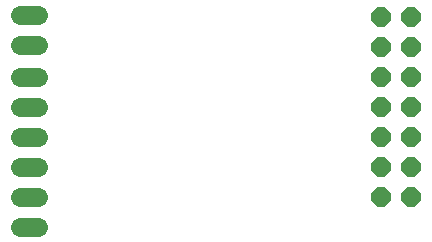
<source format=gbr>
G04 EAGLE Gerber RS-274X export*
G75*
%MOMM*%
%FSLAX34Y34*%
%LPD*%
%INSoldermask Bottom*%
%IPPOS*%
%AMOC8*
5,1,8,0,0,1.08239X$1,22.5*%
G01*
%ADD10C,1.625600*%
%ADD11P,1.759533X8X112.500000*%


D10*
X33020Y146050D02*
X17780Y146050D01*
X17780Y171450D02*
X33020Y171450D01*
X33020Y196850D02*
X17780Y196850D01*
X17780Y222250D02*
X33020Y222250D01*
X33020Y247650D02*
X17780Y247650D01*
X17780Y273050D02*
X33020Y273050D01*
X33020Y300025D02*
X17780Y300025D01*
X17780Y325425D02*
X33020Y325425D01*
D11*
X349250Y171450D03*
X323850Y171450D03*
X349250Y196850D03*
X323850Y196850D03*
X349250Y222250D03*
X323850Y222250D03*
X349250Y247650D03*
X323850Y247650D03*
X349250Y273050D03*
X323850Y273050D03*
X349250Y298450D03*
X323850Y298450D03*
X349250Y323850D03*
X323850Y323850D03*
M02*

</source>
